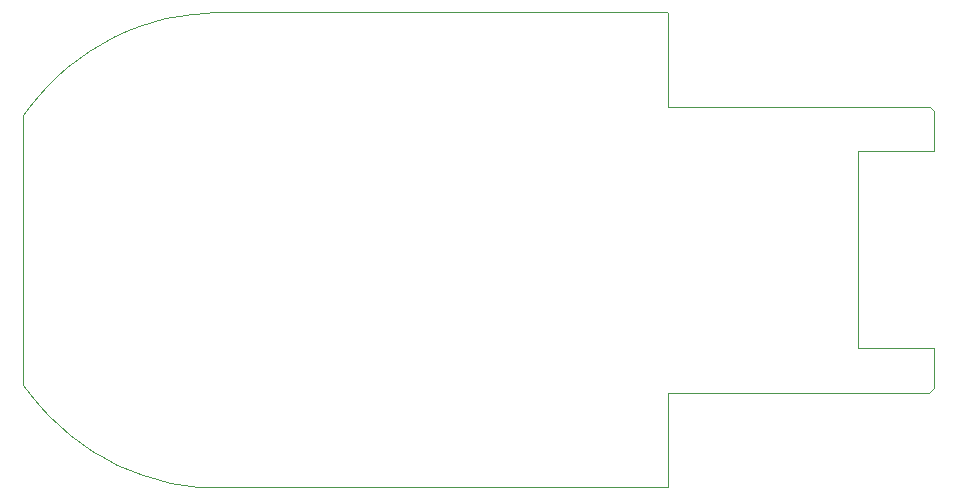
<source format=gko>
G04*
G04 #@! TF.GenerationSoftware,Altium Limited,Altium Designer,22.2.1 (43)*
G04*
G04 Layer_Color=16711935*
%FSLAX44Y44*%
%MOMM*%
G71*
G04*
G04 #@! TF.SameCoordinates,32B94617-2C73-494B-87D1-3967A9C4A560*
G04*
G04*
G04 #@! TF.FilePolarity,Positive*
G04*
G01*
G75*
%ADD13C,0.1016*%
D13*
X-29336Y-29744D02*
X-19866Y-36967D01*
X-9984Y-43617D01*
X274Y-49671D01*
X10872Y-55106D01*
X21774Y-59904D01*
X32941Y-64049D01*
X44333Y-67526D01*
X55911Y-70321D01*
X67635Y-72427D01*
X79462Y-73835D01*
X91352Y-74540D01*
X97308D01*
X97981Y-74286D01*
X476899Y-74286D01*
X477274Y-74131D01*
X477561Y-73844D01*
X477716Y-73469D01*
Y5464D01*
X698615Y5464D01*
X702575Y9423D01*
X702873Y10144D01*
Y43736D01*
X638590D02*
X702873D01*
X638590D02*
Y209937D01*
X702874D01*
X702873Y243789D02*
X702874Y209937D01*
X702575Y244510D02*
X702873Y243789D01*
X699081Y248004D02*
X702575Y244510D01*
X477716Y248004D02*
X699081D01*
X477716D02*
Y326938D01*
X477560Y327314D02*
X477716Y326938D01*
X477270Y327601D02*
X477560Y327314D01*
X476893Y327755D02*
X477270Y327601D01*
X476689Y327754D02*
X476893Y327755D01*
X92482Y327754D02*
X476689D01*
X92118Y327687D02*
X92482Y327754D01*
X86284Y327536D02*
X92118Y327687D01*
X74652Y326558D02*
X86284Y327536D01*
X63097Y324907D02*
X74652Y326558D01*
X51657Y322589D02*
X63097Y324907D01*
X40371Y319610D02*
X51657Y322589D01*
X29277Y315982D02*
X40371Y319610D01*
X18412Y311716D02*
X29277Y315982D01*
X7812Y306827D02*
X18412Y311716D01*
X-2486Y301332D02*
X7812Y306827D01*
X-12447Y295248D02*
X-2486Y301332D01*
X-22039Y288596D02*
X-12447Y295248D01*
X-31229Y281399D02*
X-22039Y288596D01*
X-39986Y273681D02*
X-31229Y281399D01*
X-48280Y265468D02*
X-39986Y273681D01*
X-56084Y256788D02*
X-48280Y265468D01*
X-63371Y247670D02*
X-56084Y256788D01*
X-68390Y240582D02*
X-63371Y247670D01*
X-68390Y12590D02*
Y240582D01*
Y12590D02*
X-62468Y4348D01*
X-54958Y-4896D01*
X-46913Y-13680D01*
X-38363Y-21972D01*
X-29336Y-29744D01*
M02*

</source>
